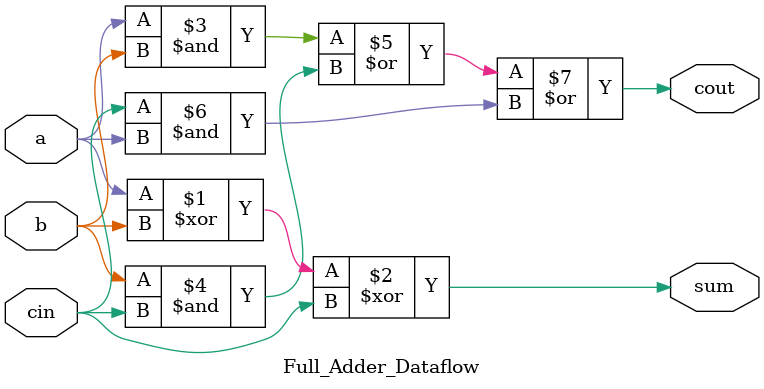
<source format=v>
`timescale 1ns / 1ps
module Full_Adder_Dataflow(a,b,cin, sum,cout);
input a,b,cin;
output sum,cout;
assign sum = a ^ b ^ cin;
assign cout = ( a & b )|( b & cin )|( cin & a );
endmodule



</source>
